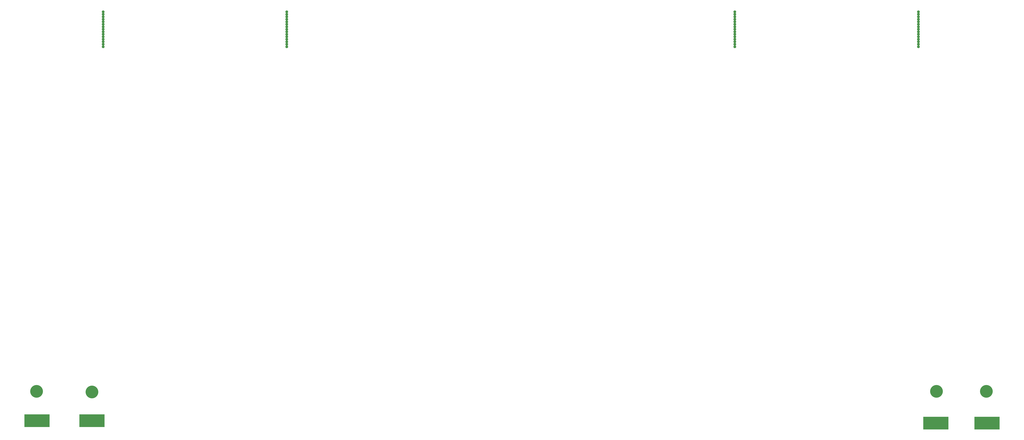
<source format=gbr>
%TF.GenerationSoftware,Altium Limited,Altium Designer,23.9.2 (47)*%
G04 Layer_Color=16711935*
%FSLAX45Y45*%
%MOMM*%
%TF.SameCoordinates,45DC480F-FB56-4E7A-9A2C-25C5303F6BDF*%
%TF.FilePolarity,Negative*%
%TF.FileFunction,Soldermask,Bot*%
%TF.Part,Single*%
G01*
G75*
%TA.AperFunction,SMDPad,CuDef*%
%ADD18R,20.20320X10.20320*%
%TA.AperFunction,ComponentPad*%
%ADD19C,10.20320*%
%TA.AperFunction,ViaPad*%
%ADD20C,2.20320*%
D18*
X4200000Y1600000D02*
D03*
X8600000D02*
D03*
X80300000Y1400000D02*
D03*
X76200000D02*
D03*
D19*
X76250000Y3950000D02*
D03*
X8600000Y3900000D02*
D03*
X80250000Y3950000D02*
D03*
X4165600D02*
D03*
D20*
X24205643Y32196979D02*
D03*
Y32396979D02*
D03*
Y32596979D02*
D03*
Y32796979D02*
D03*
Y32996979D02*
D03*
Y33196979D02*
D03*
Y33396979D02*
D03*
Y33596979D02*
D03*
Y33796979D02*
D03*
Y31996979D02*
D03*
Y31796979D02*
D03*
Y31596979D02*
D03*
Y34396979D02*
D03*
Y34196979D02*
D03*
Y33996979D02*
D03*
X60100000Y32000000D02*
D03*
Y31800000D02*
D03*
Y31600000D02*
D03*
Y34400000D02*
D03*
Y34200000D02*
D03*
Y34000000D02*
D03*
Y32200000D02*
D03*
Y32400000D02*
D03*
Y32600000D02*
D03*
Y32800000D02*
D03*
Y33000000D02*
D03*
Y33200000D02*
D03*
Y33400000D02*
D03*
Y33600000D02*
D03*
Y33800000D02*
D03*
X74800000Y32200000D02*
D03*
Y32400000D02*
D03*
Y32600000D02*
D03*
Y32800000D02*
D03*
Y33000000D02*
D03*
Y33200000D02*
D03*
Y33400000D02*
D03*
Y33600000D02*
D03*
Y33800000D02*
D03*
Y32000000D02*
D03*
Y31800000D02*
D03*
Y31600000D02*
D03*
Y34400000D02*
D03*
Y34200000D02*
D03*
Y34000000D02*
D03*
X9500000Y32000000D02*
D03*
Y31800000D02*
D03*
Y31600000D02*
D03*
Y34400000D02*
D03*
Y34200000D02*
D03*
Y34000000D02*
D03*
Y32200000D02*
D03*
Y32400000D02*
D03*
Y32600000D02*
D03*
Y32800000D02*
D03*
Y33000000D02*
D03*
Y33200000D02*
D03*
Y33400000D02*
D03*
Y33600000D02*
D03*
Y33800000D02*
D03*
%TF.MD5,8de625d3e6cdf76403b914f0eba2572c*%
M02*

</source>
